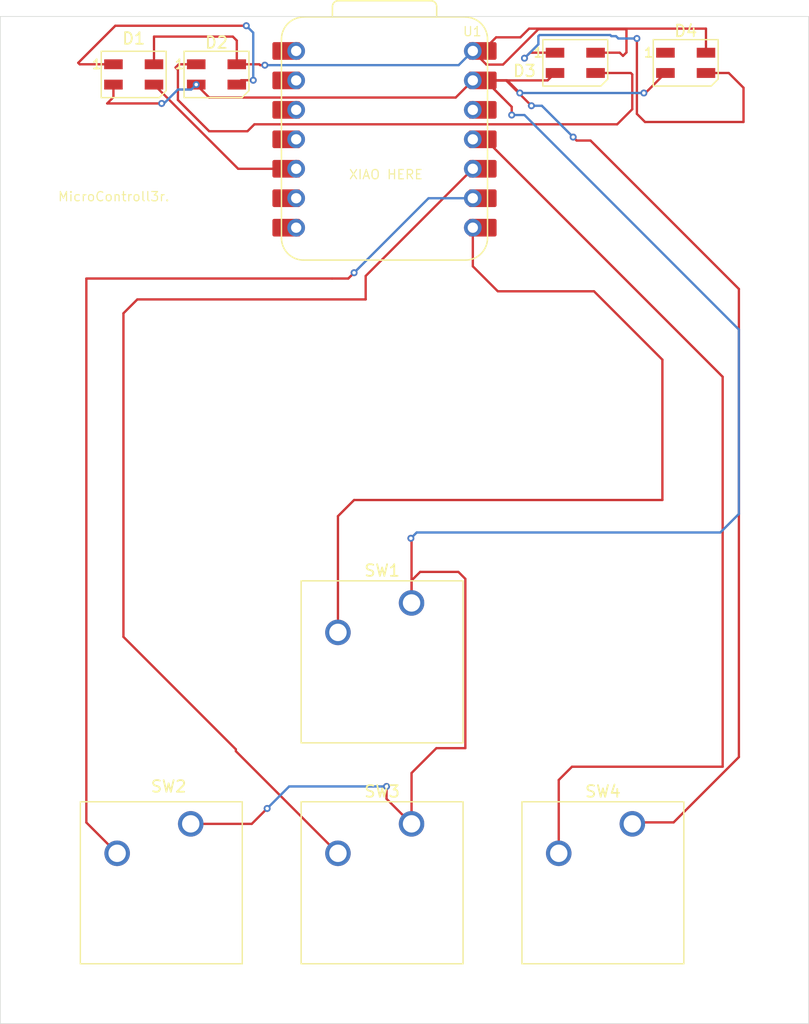
<source format=kicad_pcb>
(kicad_pcb (version 20241229) (generator "pcbnew") (generator_version "9.0")
  (layers (0 "F.Cu" signal) (2 "B.Cu" signal) (13 "F.Paste" user) (15 "B.Paste" user) (5 "F.SilkS" user "F.Silkscreen") (7 "B.SilkS" user "B.Silkscreen") (1 "F.Mask" user) (3 "B.Mask" user) (25 "Edge.Cuts" user))
  (net 0 "")
  (net 1 "Net-(D1-DOUT)")
  (net 2 "GND")
  (net 3 "+5V")
  (net 4 "Net-(D1-DIN)")
  (net 5 "Net-(D2-DOUT)")
  (net 6 "Net-(D3-DOUT)")
  (net 8 "Net-(U1-GPIO1{slash}RX)")
  (net 9 "Net-(U1-GPIO2{slash}SCK)")
  (net 10 "Net-(U1-GPIO4{slash}MISO)")
  (net 11 "Net-(U1-GPIO3{slash}MOSI)")
  (footprint "Button_Switch_Keyboard:SW_Cherry_MX_1.00u_PCB" (layer "F.Cu") (at 192.3575 120.62625)
    (property "Reference" "SW3" (at -2.54 -2.794 0) (layer "F.SilkS"))
    (property "Value" "SW_Push")
    (fp_line (start -9.525 -1.905) (end 4.445 -1.905) (stroke (width 0.12)) (layer "F.SilkS"))
    (fp_line (start -9.525 12.065) (end -9.525 -1.905) (stroke (width 0.12)) (layer "F.SilkS"))
    (fp_line (start 4.445 -1.905) (end 4.445 12.065) (stroke (width 0.12)) (layer "F.SilkS"))
    (fp_line (start 4.445 12.065) (end -9.525 12.065) (stroke (width 0.12)) (layer "F.SilkS"))
    (pad "" np_thru_hole circle (at -7.62 5.08) (size 1.7 1.7) (drill 1.7) (layers "*.Cu" "*.Mask"))
    (pad "" np_thru_hole circle (at -2.54 5.08) (size 4 4) (drill 4) (layers "*.Cu" "*.Mask"))
    (pad "" np_thru_hole circle (at 2.54 5.08) (size 1.7 1.7) (drill 1.7) (layers "*.Cu" "*.Mask"))
    (pad "1" thru_hole circle (at 0 0) (size 2.2 2.2) (drill 1.5) (layers "*.Cu" "*.Mask") (net 2 "GND"))
    (pad "2" thru_hole circle (at -6.35 2.54) (size 2.2 2.2) (drill 1.5) (layers "*.Cu" "*.Mask") (net 10 "Net-(U1-GPIO4{slash}MISO)"))
  )
  (footprint "Button_Switch_Keyboard:SW_Cherry_MX_1.00u_PCB" (layer "F.Cu") (at 173.3075 120.62625)
    (property "Reference" "SW2" (at -1.9075 -3.22625 0) (layer "F.SilkS"))
    (property "Value" "SW_Push")
    (fp_line (start -9.525 -1.905) (end 4.445 -1.905) (stroke (width 0.12)) (layer "F.SilkS"))
    (fp_line (start -9.525 12.065) (end -9.525 -1.905) (stroke (width 0.12)) (layer "F.SilkS"))
    (fp_line (start 4.445 -1.905) (end 4.445 12.065) (stroke (width 0.12)) (layer "F.SilkS"))
    (fp_line (start 4.445 12.065) (end -9.525 12.065) (stroke (width 0.12)) (layer "F.SilkS"))
    (pad "" np_thru_hole circle (at -7.62 5.08) (size 1.7 1.7) (drill 1.7) (layers "*.Cu" "*.Mask"))
    (pad "" np_thru_hole circle (at -2.54 5.08) (size 4 4) (drill 4) (layers "*.Cu" "*.Mask"))
    (pad "" np_thru_hole circle (at 2.54 5.08) (size 1.7 1.7) (drill 1.7) (layers "*.Cu" "*.Mask"))
    (pad "1" thru_hole circle (at 0 0) (size 2.2 2.2) (drill 1.5) (layers "*.Cu" "*.Mask") (net 2 "GND"))
    (pad "2" thru_hole circle (at -6.35 2.54) (size 2.2 2.2) (drill 1.5) (layers "*.Cu" "*.Mask") (net 9 "Net-(U1-GPIO2{slash}SCK)"))
  )
  (footprint "LED_SMD:LED_SK6812MINI_PLCC4_3.5x3.5mm_P1.75mm" (layer "F.Cu") (at 216.01125 55)
    (property "Reference" "D4" (at 0 -2.75 0) (layer "F.SilkS"))
    (property "Value" "SK6812MINI")
    (fp_line (start -2.8 -2) (end -2.8 2) (stroke (width 0.12)) (layer "F.SilkS"))
    (fp_line (start -2.8 -2) (end 2.8 -2) (stroke (width 0.12)) (layer "F.SilkS"))
    (fp_line (start -2.8 2) (end 2.2 2) (stroke (width 0.12)) (layer "F.SilkS"))
    (fp_line (start 2.8 1.4) (end 2.2 2) (stroke (width 0.12)) (layer "F.SilkS"))
    (fp_line (start 2.8 1.4) (end 2.8 -2) (stroke (width 0.12)) (layer "F.SilkS"))
    (fp_text user "1" (at -3.2 -0.875 0) (layer "F.SilkS") (effects (font (size 0.8 0.8))))
    (pad "1" smd rect (at -1.75 -0.875) (size 1.6 0.85) (layers "F.Cu" "F.Mask" "F.Paste"))
    (pad "2" smd rect (at -1.75 0.875) (size 1.6 0.85) (layers "F.Cu" "F.Mask" "F.Paste") (net 2 "GND"))
    (pad "3" smd rect (at 1.75 0.875) (size 1.6 0.85) (layers "F.Cu" "F.Mask" "F.Paste") (net 6 "Net-(D3-DOUT)"))
    (pad "4" smd rect (at 1.75 -0.875) (size 1.6 0.85) (layers "F.Cu" "F.Mask" "F.Paste") (net 3 "+5V"))
  )
  (footprint "Button_Switch_Keyboard:SW_Cherry_MX_1.00u_PCB" (layer "F.Cu") (at 211.4075 120.62625)
    (property "Reference" "SW4" (at -2.54 -2.794 0) (layer "F.SilkS"))
    (property "Value" "SW_Push")
    (fp_line (start -9.525 -1.905) (end 4.445 -1.905) (stroke (width 0.12)) (layer "F.SilkS"))
    (fp_line (start -9.525 12.065) (end -9.525 -1.905) (stroke (width 0.12)) (layer "F.SilkS"))
    (fp_line (start 4.445 -1.905) (end 4.445 12.065) (stroke (width 0.12)) (layer "F.SilkS"))
    (fp_line (start 4.445 12.065) (end -9.525 12.065) (stroke (width 0.12)) (layer "F.SilkS"))
    (pad "" np_thru_hole circle (at -7.62 5.08) (size 1.7 1.7) (drill 1.7) (layers "*.Cu" "*.Mask"))
    (pad "" np_thru_hole circle (at -2.54 5.08) (size 4 4) (drill 4) (layers "*.Cu" "*.Mask"))
    (pad "" np_thru_hole circle (at 2.54 5.08) (size 1.7 1.7) (drill 1.7) (layers "*.Cu" "*.Mask"))
    (pad "1" thru_hole circle (at 0 0) (size 2.2 2.2) (drill 1.5) (layers "*.Cu" "*.Mask") (net 2 "GND"))
    (pad "2" thru_hole circle (at -6.35 2.54) (size 2.2 2.2) (drill 1.5) (layers "*.Cu" "*.Mask") (net 11 "Net-(U1-GPIO3{slash}MOSI)"))
  )
  (footprint "Button_Switch_Keyboard:SW_Cherry_MX_1.00u_PCB" (layer "F.Cu") (at 192.3575 101.57625)
    (property "Reference" "SW1" (at -2.54 -2.794 0) (layer "F.SilkS"))
    (property "Value" "SW_Push")
    (fp_line (start -9.525 -1.905) (end 4.445 -1.905) (stroke (width 0.12)) (layer "F.SilkS"))
    (fp_line (start -9.525 12.065) (end -9.525 -1.905) (stroke (width 0.12)) (layer "F.SilkS"))
    (fp_line (start 4.445 -1.905) (end 4.445 12.065) (stroke (width 0.12)) (layer "F.SilkS"))
    (fp_line (start 4.445 12.065) (end -9.525 12.065) (stroke (width 0.12)) (layer "F.SilkS"))
    (pad "" np_thru_hole circle (at -7.62 5.08) (size 1.7 1.7) (drill 1.7) (layers "*.Cu" "*.Mask"))
    (pad "" np_thru_hole circle (at -2.54 5.08) (size 4 4) (drill 4) (layers "*.Cu" "*.Mask"))
    (pad "" np_thru_hole circle (at 2.54 5.08) (size 1.7 1.7) (drill 1.7) (layers "*.Cu" "*.Mask"))
    (pad "1" thru_hole circle (at 0 0) (size 2.2 2.2) (drill 1.5) (layers "*.Cu" "*.Mask") (net 2 "GND"))
    (pad "2" thru_hole circle (at -6.35 2.54) (size 2.2 2.2) (drill 1.5) (layers "*.Cu" "*.Mask") (net 8 "Net-(U1-GPIO1{slash}RX)"))
  )
  (footprint "folder1:XIAO-RP2040-DIP" (layer "F.Cu") (at 190.02375 61.595)
    (property "Reference" "U1" (at 7.57625 -9.295 0) (layer "F.SilkS") (effects (font (size 0.8 0.8) (thickness 0.1))))
    (property "Value" "XIAO-RP2040-DIP")
    (fp_line (start -8.89 8.509) (end -8.89 -8.636) (stroke (width 0.127)) (layer "F.SilkS"))
    (fp_line (start -6.985 10.414) (end 6.985 10.414) (stroke (width 0.127)) (layer "F.SilkS"))
    (fp_line (start -4.495 -10.541) (end -4.491272 -11.451272) (stroke (width 0.127)) (layer "F.SilkS"))
    (fp_line (start -3.991272 -11.951) (end 4.004 -11.951) (stroke (width 0.127)) (layer "F.SilkS"))
    (fp_line (start 4.504 -11.451) (end 4.504 -10.541) (stroke (width 0.127)) (layer "F.SilkS"))
    (fp_line (start 6.985 -10.541) (end -6.985 -10.541) (stroke (width 0.1)) (layer "F.SilkS"))
    (fp_line (start 8.89 8.509) (end 8.89 -8.636) (stroke (width 0.127)) (layer "F.SilkS"))
    (fp_arc (start -8.89 -8.636) (mid -8.332038 -9.983038) (end -6.985 -10.541) (stroke (width 0.127)) (layer "F.SilkS"))
    (fp_arc (start -6.985 10.414) (mid -8.332038 9.856038) (end -8.89 8.509) (stroke (width 0.127)) (layer "F.SilkS"))
    (fp_arc (start -4.491272 -11.451272) (mid -4.344728 -11.80464) (end -3.991272 -11.951) (stroke (width 0.127)) (layer "F.SilkS"))
    (fp_arc (start 4.004 -11.951) (mid 4.357553 -11.804553) (end 4.504 -11.451) (stroke (width 0.127)) (layer "F.SilkS"))
    (fp_arc (start 6.985 -10.541) (mid 8.332038 -9.983038) (end 8.89 -8.636) (stroke (width 0.127)) (layer "F.SilkS"))
    (fp_arc (start 8.89 8.509) (mid 8.332038 9.856038) (end 6.985 10.414) (stroke (width 0.127)) (layer "F.SilkS"))
    (pad "1" smd roundrect (at -8.455 -7.62 180) (size 2.432 1.524) (layers "F.Cu" "F.Mask") (roundrect_rratio 0.1))
    (pad "1" thru_hole circle (at -7.62 -7.62 180) (size 1.524 1.524) (drill 0.889) (layers "*.Cu" "*.Mask"))
    (pad "2" smd roundrect (at -8.455 -5.08 180) (size 2.432 1.524) (layers "F.Cu" "F.Mask") (roundrect_rratio 0.1))
    (pad "2" thru_hole circle (at -7.62 -5.08 180) (size 1.524 1.524) (drill 0.889) (layers "*.Cu" "*.Mask"))
    (pad "3" smd roundrect (at -8.455 -2.54 180) (size 2.432 1.524) (layers "F.Cu" "F.Mask") (roundrect_rratio 0.1))
    (pad "3" thru_hole circle (at -7.62 -2.54 180) (size 1.524 1.524) (drill 0.889) (layers "*.Cu" "*.Mask"))
    (pad "4" smd roundrect (at -8.455 0 180) (size 2.432 1.524) (layers "F.Cu" "F.Mask") (roundrect_rratio 0.1))
    (pad "4" thru_hole circle (at -7.62 0 180) (size 1.524 1.524) (drill 0.889) (layers "*.Cu" "*.Mask"))
    (pad "5" smd roundrect (at -8.455 2.54 180) (size 2.432 1.524) (layers "F.Cu" "F.Mask") (roundrect_rratio 0.1) (net 4 "Net-(D1-DIN)"))
    (pad "5" thru_hole circle (at -7.62 2.54 180) (size 1.524 1.524) (drill 0.889) (layers "*.Cu" "*.Mask") (net 4 "Net-(D1-DIN)"))
    (pad "6" smd roundrect (at -8.455 5.08 180) (size 2.432 1.524) (layers "F.Cu" "F.Mask") (roundrect_rratio 0.1))
    (pad "6" thru_hole circle (at -7.62 5.08 180) (size 1.524 1.524) (drill 0.889) (layers "*.Cu" "*.Mask"))
    (pad "7" smd roundrect (at -8.455 7.62 180) (size 2.432 1.524) (layers "F.Cu" "F.Mask") (roundrect_rratio 0.1))
    (pad "7" thru_hole circle (at -7.62 7.62 180) (size 1.524 1.524) (drill 0.889) (layers "*.Cu" "*.Mask"))
    (pad "8" thru_hole circle (at 7.62 7.62) (size 1.524 1.524) (drill 0.889) (layers "*.Cu" "*.Mask") (net 8 "Net-(U1-GPIO1{slash}RX)"))
    (pad "8" smd roundrect (at 8.455 7.62) (size 2.432 1.524) (layers "F.Cu" "F.Mask") (roundrect_rratio 0.1) (net 8 "Net-(U1-GPIO1{slash}RX)"))
    (pad "9" thru_hole circle (at 7.62 5.08) (size 1.524 1.524) (drill 0.889) (layers "*.Cu" "*.Mask") (net 9 "Net-(U1-GPIO2{slash}SCK)"))
    (pad "9" smd roundrect (at 8.455 5.08) (size 2.432 1.524) (layers "F.Cu" "F.Mask") (roundrect_rratio 0.1) (net 9 "Net-(U1-GPIO2{slash}SCK)"))
    (pad "10" thru_hole circle (at 7.62 2.54) (size 1.524 1.524) (drill 0.889) (layers "*.Cu" "*.Mask") (net 10 "Net-(U1-GPIO4{slash}MISO)"))
    (pad "10" smd roundrect (at 8.455 2.54) (size 2.432 1.524) (layers "F.Cu" "F.Mask") (roundrect_rratio 0.1) (net 10 "Net-(U1-GPIO4{slash}MISO)"))
    (pad "11" thru_hole circle (at 7.62 0) (size 1.524 1.524) (drill 0.889) (layers "*.Cu" "*.Mask") (net 11 "Net-(U1-GPIO3{slash}MOSI)"))
    (pad "11" smd roundrect (at 8.455 0) (size 2.432 1.524) (layers "F.Cu" "F.Mask") (roundrect_rratio 0.1) (net 11 "Net-(U1-GPIO3{slash}MOSI)"))
    (pad "12" thru_hole circle (at 7.62 -2.54) (size 1.524 1.524) (drill 0.889) (layers "*.Cu" "*.Mask"))
    (pad "12" smd roundrect (at 8.455 -2.54) (size 2.432 1.524) (layers "F.Cu" "F.Mask") (roundrect_rratio 0.1))
    (pad "13" thru_hole circle (at 7.62 -5.08) (size 1.524 1.524) (drill 0.889) (layers "*.Cu" "*.Mask") (net 2 "GND"))
    (pad "13" smd roundrect (at 8.455 -5.08) (size 2.432 1.524) (layers "F.Cu" "F.Mask") (roundrect_rratio 0.1) (net 2 "GND"))
    (pad "14" thru_hole circle (at 7.62 -7.62) (size 1.524 1.524) (drill 0.889) (layers "*.Cu" "*.Mask") (net 3 "+5V"))
    (pad "14" smd roundrect (at 8.455 -7.62) (size 2.432 1.524) (layers "F.Cu" "F.Mask") (roundrect_rratio 0.1) (net 3 "+5V"))
  )
  (footprint "LED_SMD:LED_SK6812MINI_PLCC4_3.5x3.5mm_P1.75mm" (layer "F.Cu") (at 175.53 56)
    (property "Reference" "D2" (at 0 -2.75 0) (layer "F.SilkS"))
    (property "Value" "SK6812MINI")
    (fp_line (start -2.8 -2) (end -2.8 2) (stroke (width 0.12)) (layer "F.SilkS"))
    (fp_line (start -2.8 -2) (end 2.8 -2) (stroke (width 0.12)) (layer "F.SilkS"))
    (fp_line (start -2.8 2) (end 2.2 2) (stroke (width 0.12)) (layer "F.SilkS"))
    (fp_line (start 2.8 1.4) (end 2.2 2) (stroke (width 0.12)) (layer "F.SilkS"))
    (fp_line (start 2.8 1.4) (end 2.8 -2) (stroke (width 0.12)) (layer "F.SilkS"))
    (fp_text user "1" (at -3.2 -0.875 0) (layer "F.SilkS") (effects (font (size 0.8 0.8))))
    (pad "1" smd rect (at -1.75 -0.875) (size 1.6 0.85) (layers "F.Cu" "F.Mask" "F.Paste") (net 5 "Net-(D2-DOUT)"))
    (pad "2" smd rect (at -1.75 0.875) (size 1.6 0.85) (layers "F.Cu" "F.Mask" "F.Paste") (net 2 "GND"))
    (pad "3" smd rect (at 1.75 0.875) (size 1.6 0.85) (layers "F.Cu" "F.Mask" "F.Paste") (net 1 "Net-(D1-DOUT)"))
    (pad "4" smd rect (at 1.75 -0.875) (size 1.6 0.85) (layers "F.Cu" "F.Mask" "F.Paste") (net 3 "+5V"))
  )
  (footprint "LED_SMD:LED_SK6812MINI_PLCC4_3.5x3.5mm_P1.75mm" (layer "F.Cu") (at 206.48625 55)
    (property "Reference" "D3" (at -4.38625 0.7 0) (layer "F.SilkS"))
    (property "Value" "SK6812MINI")
    (fp_line (start -2.8 -2) (end -2.8 2) (stroke (width 0.12)) (layer "F.SilkS"))
    (fp_line (start -2.8 -2) (end 2.8 -2) (stroke (width 0.12)) (layer "F.SilkS"))
    (fp_line (start -2.8 2) (end 2.2 2) (stroke (width 0.12)) (layer "F.SilkS"))
    (fp_line (start 2.8 1.4) (end 2.2 2) (stroke (width 0.12)) (layer "F.SilkS"))
    (fp_line (start 2.8 1.4) (end 2.8 -2) (stroke (width 0.12)) (layer "F.SilkS"))
    (fp_text user "1" (at -3.2 -0.875 0) (layer "F.SilkS") (effects (font (size 0.8 0.8))))
    (pad "1" smd rect (at -1.75 -0.875) (size 1.6 0.85) (layers "F.Cu" "F.Mask" "F.Paste") (net 6 "Net-(D3-DOUT)"))
    (pad "2" smd rect (at -1.75 0.875) (size 1.6 0.85) (layers "F.Cu" "F.Mask" "F.Paste") (net 2 "GND"))
    (pad "3" smd rect (at 1.75 0.875) (size 1.6 0.85) (layers "F.Cu" "F.Mask" "F.Paste") (net 5 "Net-(D2-DOUT)"))
    (pad "4" smd rect (at 1.75 -0.875) (size 1.6 0.85) (layers "F.Cu" "F.Mask" "F.Paste") (net 3 "+5V"))
  )
  (footprint "LED_SMD:LED_SK6812MINI_PLCC4_3.5x3.5mm_P1.75mm" (layer "F.Cu") (at 168.38625 56)
    (property "Reference" "D1" (at 0 -3.1 0) (layer "F.SilkS"))
    (property "Value" "SK6812MINI")
    (fp_line (start -2.8 -2) (end -2.8 2) (stroke (width 0.12)) (layer "F.SilkS"))
    (fp_line (start -2.8 -2) (end 2.8 -2) (stroke (width 0.12)) (layer "F.SilkS"))
    (fp_line (start -2.8 2) (end 2.2 2) (stroke (width 0.12)) (layer "F.SilkS"))
    (fp_line (start 2.8 1.4) (end 2.2 2) (stroke (width 0.12)) (layer "F.SilkS"))
    (fp_line (start 2.8 1.4) (end 2.8 -2) (stroke (width 0.12)) (layer "F.SilkS"))
    (fp_text user "1" (at -3.2 -0.875 0) (layer "F.SilkS") (effects (font (size 0.8 0.8))))
    (pad "1" smd rect (at -1.75 -0.875) (size 1.6 0.85) (layers "F.Cu" "F.Mask" "F.Paste") (net 1 "Net-(D1-DOUT)"))
    (pad "2" smd rect (at -1.75 0.875) (size 1.6 0.85) (layers "F.Cu" "F.Mask" "F.Paste") (net 2 "GND"))
    (pad "3" smd rect (at 1.75 0.875) (size 1.6 0.85) (layers "F.Cu" "F.Mask" "F.Paste") (net 4 "Net-(D1-DIN)"))
    (pad "4" smd rect (at 1.75 -0.875) (size 1.6 0.85) (layers "F.Cu" "F.Mask" "F.Paste") (net 3 "+5V"))
  )
  (gr_rect (start 156.875 51) (end 226.625 137.846) (stroke (width 0.05)) (fill no) (layer "Edge.Cuts"))
  (gr_text "MicroControll3r." (at 161.8 67 0) (layer "F.SilkS") (effects (font (size 0.8 0.8) (thickness 0.1)) (justify left bottom)))
  (gr_text "XIAO HERE" (at 186.9 65.1 0) (layer "F.SilkS") (effects (font (size 0.8 0.8) (thickness 0.1)) (justify left bottom)))
  (segment (start 163.725 55.125) (end 163.6 55) (width 0.2) (layer "F.Cu") (net 1))
  (segment (start 166.63625 55.125) (end 163.725 55.125) (width 0.2) (layer "F.Cu") (net 1))
  (segment (start 166.8 51.8) (end 178.1 51.8) (width 0.2) (layer "F.Cu") (net 1))
  (segment (start 163.6 55) (end 166.8 51.8) (width 0.2) (layer "F.Cu") (net 1))
  (segment (start 178.7 56.5) (end 177.655 56.5) (width 0.2) (layer "F.Cu") (net 1))
  (segment (start 177.655 56.5) (end 177.28 56.875) (width 0.2) (layer "F.Cu") (net 1))
  (via (at 178.7 56.5) (size 0.6) (drill 0.3) (layers "F.Cu" "B.Cu") (net 1))
  (via (at 178.1 51.8) (size 0.6) (drill 0.3) (layers "F.Cu" "B.Cu") (net 1))
  (segment (start 178.1 51.8) (end 178.7 52.4) (width 0.2) (layer "B.Cu") (net 1))
  (segment (start 178.7 56.5) (end 178.7 56.7) (width 0.2) (layer "B.Cu") (net 1))
  (segment (start 178.7 52.4) (end 178.7 56.5) (width 0.2) (layer "B.Cu") (net 1))
  (segment (start 194.5 114.1) (end 197 114.1) (width 0.2) (layer "F.Cu") (net 2))
  (segment (start 178.57375 120.62625) (end 179.7 119.5) (width 0.2) (layer "F.Cu") (net 2))
  (segment (start 214.26125 55.875) (end 212.53625 57.6) (width 0.2) (layer "F.Cu") (net 2))
  (segment (start 173.3075 120.62625) (end 178.57375 120.62625) (width 0.2) (layer "F.Cu") (net 2))
  (segment (start 179.7 119.5) (end 179.9 119.3) (width 0.2) (layer "F.Cu") (net 2))
  (segment (start 201.7 57.6) (end 200.615 56.515) (width 0.2) (layer "F.Cu") (net 2))
  (segment (start 197.64375 56.515) (end 198.72138 56.515) (width 0.2) (layer "F.Cu") (net 2))
  (segment (start 166.1 58.5) (end 170.8 58.5) (width 0.2) (layer "F.Cu") (net 2))
  (segment (start 173.78 56.875) (end 174.897 57.992) (width 0.2) (layer "F.Cu") (net 2))
  (segment (start 166.63625 57.96375) (end 166.1 58.5) (width 0.2) (layer "F.Cu") (net 2))
  (segment (start 212.53625 57.6) (end 212.4 57.6) (width 0.2) (layer "F.Cu") (net 2))
  (segment (start 202.7 58.7) (end 200.515 56.515) (width 0.2) (layer "F.Cu") (net 2))
  (segment (start 211 120.5) (end 214.9671 120.5) (width 0.2) (layer "F.Cu") (net 2))
  (segment (start 192.3575 99.6425) (end 192.3575 101.57625) (width 0.2) (layer "F.Cu") (net 2))
  (segment (start 197.64375 56.515) (end 204.09625 56.515) (width 0.2) (layer "F.Cu") (net 2))
  (segment (start 201 59.4) (end 201 59.5) (width 0.2) (layer "F.Cu") (net 2))
  (segment (start 193.1 98.9) (end 192.3575 99.6425) (width 0.2) (layer "F.Cu") (net 2))
  (segment (start 200.515 56.515) (end 198.47875 56.515) (width 0.2) (layer "F.Cu") (net 2))
  (segment (start 192.3575 96.0575) (end 192.3575 101.57625) (width 0.2) (layer "F.Cu") (net 2))
  (segment (start 192.3 96) (end 192.3575 96.0575) (width 0.2) (layer "F.Cu") (net 2))
  (segment (start 214.9671 120.5) (end 220.6 114.8671) (width 0.2) (layer "F.Cu") (net 2))
  (segment (start 220.6 74.5) (end 207.8 61.7) (width 0.2) (layer "F.Cu") (net 2))
  (segment (start 206.6 61.7) (end 206.3 61.4) (width 0.2) (layer "F.Cu") (net 2))
  (segment (start 201 58.79362) (end 201 59.4) (width 0.2) (layer "F.Cu") (net 2))
  (segment (start 190.2 117.4) (end 190.2 118.46875) (width 0.2) (layer "F.Cu") (net 2))
  (segment (start 211.4075 120.62625) (end 211.12625 120.62625) (width 0.2) (layer "F.Cu") (net 2))
  (segment (start 198.72138 56.515) (end 200.2 57.99362) (width 0.2) (layer "F.Cu") (net 2))
  (segment (start 190.2 118.46875) (end 192.3575 120.62625) (width 0.2) (layer "F.Cu") (net 2))
  (segment (start 196.4 98.9) (end 193.1 98.9) (width 0.2) (layer "F.Cu") (net 2))
  (segment (start 198.72138 56.515) (end 201 58.79362) (width 0.2) (layer "F.Cu") (net 2))
  (segment (start 192.3575 116.2425) (end 194.5 114.1) (width 0.2) (layer "F.Cu") (net 2))
  (segment (start 204.09625 56.515) (end 204.73625 55.875) (width 0.2) (layer "F.Cu") (net 2))
  (segment (start 197 99.5) (end 196.4 98.9) (width 0.2) (layer "F.Cu") (net 2))
  (segment (start 192.3575 120.62625) (end 192.3575 116.2425) (width 0.2) (layer "F.Cu") (net 2))
  (segment (start 196.16675 57.992) (end 197.64375 56.515) (width 0.2) (layer "F.Cu") (net 2))
  (segment (start 197 114.1) (end 197 99.5) (width 0.2) (layer "F.Cu") (net 2))
  (segment (start 207.8 61.7) (end 206.6 61.7) (width 0.2) (layer "F.Cu") (net 2))
  (segment (start 200.615 56.515) (end 198.47875 56.515) (width 0.2) (layer "F.Cu") (net 2))
  (segment (start 166.63625 56.875) (end 166.63625 57.96375) (width 0.2) (layer "F.Cu") (net 2))
  (segment (start 220.6 114.8671) (end 220.6 74.5) (width 0.2) (layer "F.Cu") (net 2))
  (segment (start 174.897 57.992) (end 196.16675 57.992) (width 0.2) (layer "F.Cu") (net 2))
  (segment (start 211.12625 120.62625) (end 211 120.5) (width 0.2) (layer "F.Cu") (net 2))
  (via (at 212.4 57.6) (size 0.6) (drill 0.3) (layers "F.Cu" "B.Cu") (net 2))
  (via (at 201.7 57.6) (size 0.6) (drill 0.3) (layers "F.Cu" "B.Cu") (net 2))
  (via (at 192.3 96) (size 0.6) (drill 0.3) (layers "F.Cu" "B.Cu") (net 2))
  (via (at 206.3 61.4) (size 0.6) (drill 0.3) (layers "F.Cu" "B.Cu") (net 2))
  (via (at 179.9 119.3) (size 0.6) (drill 0.3) (layers "F.Cu" "B.Cu") (net 2))
  (via (at 202.7 58.7) (size 0.6) (drill 0.3) (layers "F.Cu" "B.Cu") (net 2))
  (via (at 201 59.5) (size 0.6) (drill 0.3) (layers "F.Cu" "B.Cu") (net 2))
  (via (at 170.8 58.5) (size 0.6) (drill 0.3) (layers "F.Cu" "B.Cu") (net 2))
  (via (at 173.78 56.875) (size 0.6) (drill 0.3) (layers "F.Cu" "B.Cu") (net 2))
  (via (at 190.2 117.4) (size 0.6) (drill 0.3) (layers "F.Cu" "B.Cu") (net 2))
  (segment (start 170.8 58.5) (end 171 58.5) (width 0.2) (layer "B.Cu") (net 2))
  (segment (start 171 58.5) (end 172.2 57.3) (width 0.2) (layer "B.Cu") (net 2))
  (segment (start 220.6 78) (end 220.6 93.9) (width 0.2) (layer "B.Cu") (net 2))
  (segment (start 206.3 61.4) (end 203.6 58.7) (width 0.2) (layer "B.Cu") (net 2))
  (segment (start 181.8 117.4) (end 190.2 117.4) (width 0.2) (layer "B.Cu") (net 2))
  (segment (start 220.6 93.9) (end 219 95.5) (width 0.2) (layer "B.Cu") (net 2))
  (segment (start 219 95.5) (end 192.8 95.5) (width 0.2) (layer "B.Cu") (net 2))
  (segment (start 212.4 57.6) (end 201.7 57.6) (width 0.2) (layer "B.Cu") (net 2))
  (segment (start 202.1 59.5) (end 220.6 78) (width 0.2) (layer "B.Cu") (net 2))
  (segment (start 173.355 57.3) (end 173.78 56.875) (width 0.2) (layer "B.Cu") (net 2))
  (segment (start 172.2 57.3) (end 173.355 57.3) (width 0.2) (layer "B.Cu") (net 2))
  (segment (start 179.9 119.3) (end 181.8 117.4) (width 0.2) (layer "B.Cu") (net 2))
  (segment (start 201 59.5) (end 202.1 59.5) (width 0.2) (layer "B.Cu") (net 2))
  (segment (start 192.8 95.5) (end 192.3 96) (width 0.2) (layer "B.Cu") (net 2))
  (segment (start 203.6 58.7) (end 202.7 58.7) (width 0.2) (layer "B.Cu") (net 2))
  (segment (start 179.7 55.2) (end 179.3 55.2) (width 0.2) (layer "F.Cu") (net 3))
  (segment (start 202.5 52.05) (end 217.76125 52.05) (width 0.2) (layer "F.Cu") (net 3))
  (segment (start 210.9 52.1) (end 210.9 54.1) (width 0.2) (layer "F.Cu") (net 3))
  (segment (start 170.13625 52.73625) (end 170.13625 55.125) (width 0.2) (layer "F.Cu") (net 3))
  (segment (start 210.325 54.125) (end 208.23625 54.125) (width 0.2) (layer "F.Cu") (net 3))
  (segment (start 197.64375 53.975) (end 198.81775 55.149) (width 0.2) (layer "F.Cu") (net 3))
  (segment (start 201.75 52.8) (end 202.5 52.05) (width 0.2) (layer "F.Cu") (net 3))
  (segment (start 177.28 55.125) (end 177.28 53.08) (width 0.2) (layer "F.Cu") (net 3))
  (segment (start 210.6 54.4) (end 210.325 54.125) (width 0.2) (layer "F.Cu") (net 3))
  (segment (start 170.13625 52.73625) (end 176.93625 52.73625) (width 0.2) (layer "F.Cu") (net 3))
  (segment (start 176.93625 52.73625) (end 177.28 53.08) (width 0.2) (layer "F.Cu") (net 3))
  (segment (start 201.75 52.8) (end 199.65375 52.8) (width 0.2) (layer "F.Cu") (net 3))
  (segment (start 198.81775 55.149) (end 200.251 55.149) (width 0.2) (layer "F.Cu") (net 3))
  (segment (start 179.3 55.2) (end 179.225 55.125) (width 0.2) (layer "F.Cu") (net 3))
  (segment (start 199.65375 52.8) (end 198.47875 53.975) (width 0.2) (layer "F.Cu") (net 3))
  (segment (start 203.3 52.1) (end 210.9 52.1) (width 0.2) (layer "F.Cu") (net 3))
  (segment (start 210.9 54.1) (end 210.6 54.4) (width 0.2) (layer "F.Cu") (net 3))
  (segment (start 179.225 55.125) (end 177.28 55.125) (width 0.2) (layer "F.Cu") (net 3))
  (segment (start 217.76125 54.125) (end 217.76125 52.05) (width 0.2) (layer "F.Cu") (net 3))
  (segment (start 200.251 55.149) (end 203.3 52.1) (width 0.2) (layer "F.Cu") (net 3))
  (via (at 179.7 55.2) (size 0.6) (drill 0.3) (layers "F.Cu" "B.Cu") (net 3))
  (segment (start 196.41875 55.2) (end 179.7 55.2) (width 0.2) (layer "B.Cu") (net 3))
  (segment (start 197.64375 53.975) (end 196.41875 55.2) (width 0.2) (layer "B.Cu") (net 3))
  (segment (start 177.39625 64.135) (end 182.40375 64.135) (width 0.2) (layer "F.Cu") (net 4))
  (segment (start 170.13625 56.875) (end 177.39625 64.135) (width 0.2) (layer "F.Cu") (net 4))
  (segment (start 178.8 60.3) (end 210.1 60.3) (width 0.2) (layer "F.Cu") (net 5))
  (segment (start 172.2 58.2) (end 174.9 60.9) (width 0.2) (layer "F.Cu") (net 5))
  (segment (start 211.4 56) (end 211.275 55.875) (width 0.2) (layer "F.Cu") (net 5))
  (segment (start 172.2 55.6) (end 172.2 58.2) (width 0.2) (layer "F.Cu") (net 5))
  (segment (start 173.78 55.125) (end 172.275 55.125) (width 0.2) (layer "F.Cu") (net 5))
  (segment (start 172 55.4) (end 172.2 55.6) (width 0.2) (layer "F.Cu") (net 5))
  (segment (start 210.1 60.3) (end 211.4 59) (width 0.2) (layer "F.Cu") (net 5))
  (segment (start 174.9 60.9) (end 178.2 60.9) (width 0.2) (layer "F.Cu") (net 5))
  (segment (start 211.4 59) (end 211.4 56) (width 0.2) (layer "F.Cu") (net 5))
  (segment (start 211.275 55.875) (end 208.23625 55.875) (width 0.2) (layer "F.Cu") (net 5))
  (segment (start 178.2 60.9) (end 178.8 60.3) (width 0.2) (layer "F.Cu") (net 5))
  (segment (start 172.275 55.125) (end 172 55.4) (width 0.2) (layer "F.Cu") (net 5))
  (segment (start 221 60.1) (end 212.5 60.1) (width 0.2) (layer "F.Cu") (net 6))
  (segment (start 221 57.15) (end 221 60.1) (width 0.2) (layer "F.Cu") (net 6))
  (segment (start 211.8 59.4) (end 211.8 52.9) (width 0.2) (layer "F.Cu") (net 6))
  (segment (start 212.5 60.1) (end 211.8 59.4) (width 0.2) (layer "F.Cu") (net 6))
  (segment (start 219.725 55.875) (end 221 57.15) (width 0.2) (layer "F.Cu") (net 6))
  (segment (start 202.1 54.6) (end 202.575 54.125) (width 0.2) (layer "F.Cu") (net 6))
  (segment (start 202.575 54.125) (end 204.73625 54.125) (width 0.2) (layer "F.Cu") (net 6))
  (segment (start 217.76125 55.875) (end 219.725 55.875) (width 0.2) (layer "F.Cu") (net 6))
  (via (at 211.8 52.9) (size 0.6) (drill 0.3) (layers "F.Cu" "B.Cu") (net 6))
  (via (at 202.1 54.6) (size 0.6) (drill 0.3) (layers "F.Cu" "B.Cu") (net 6))
  (segment (start 210.2 52.9) (end 210 52.7) (width 0.2) (layer "B.Cu") (net 6))
  (segment (start 209.6 52.7) (end 209.5 52.6) (width 0.2) (layer "B.Cu") (net 6))
  (segment (start 209.5 52.6) (end 203.4 52.6) (width 0.2) (layer "B.Cu") (net 6))
  (segment (start 210 52.7) (end 209.6 52.7) (width 0.2) (layer "B.Cu") (net 6))
  (segment (start 203.4 52.6) (end 203.3 52.7) (width 0.2) (layer "B.Cu") (net 6))
  (segment (start 203.3 53.4) (end 202.1 54.6) (width 0.2) (layer "B.Cu") (net 6))
  (segment (start 203.3 52.7) (end 203.3 53.4) (width 0.2) (layer "B.Cu") (net 6))
  (segment (start 211.8 52.9) (end 210.2 52.9) (width 0.2) (layer "B.Cu") (net 6))
  (segment (start 208.1 74.7) (end 214 80.6) (width 0.2) (layer "F.Cu") (net 8))
  (segment (start 187.4 92.7) (end 186.0075 94.0925) (width 0.2) (layer "F.Cu") (net 8))
  (segment (start 197.64375 69.215) (end 197.64375 72.54375) (width 0.2) (layer "F.Cu") (net 8))
  (segment (start 199.8 74.7) (end 208.1 74.7) (width 0.2) (layer "F.Cu") (net 8))
  (segment (start 214 80.6) (end 214 92.7) (width 0.2) (layer "F.Cu") (net 8))
  (segment (start 186.0075 94.0925) (end 186.0075 104.11625) (width 0.2) (layer "F.Cu") (net 8))
  (segment (start 214 92.7) (end 187.4 92.7) (width 0.2) (layer "F.Cu") (net 8))
  (segment (start 197.64375 72.54375) (end 199.8 74.7) (width 0.2) (layer "F.Cu") (net 8))
  (segment (start 164.3 73.6) (end 185.5 73.6) (width 0.2) (layer "F.Cu") (net 9))
  (segment (start 186.9 73.6) (end 187.4 73.1) (width 0.2) (layer "F.Cu") (net 9))
  (segment (start 185.5 73.6) (end 186.9 73.6) (width 0.2) (layer "F.Cu") (net 9))
  (segment (start 164.3 120.50875) (end 164.3 73.6) (width 0.2) (layer "F.Cu") (net 9))
  (segment (start 166.9575 123.16625) (end 164.3 120.50875) (width 0.2) (layer "F.Cu") (net 9))
  (via (at 187.4 73.1) (size 0.6) (drill 0.3) (layers "F.Cu" "B.Cu") (net 9))
  (segment (start 193.825 66.675) (end 197.64375 66.675) (width 0.2) (layer "B.Cu") (net 9))
  (segment (start 187.4 73.1) (end 193.825 66.675) (width 0.2) (layer "B.Cu") (net 9))
  (segment (start 197.64375 64.135) (end 188.4 73.37875) (width 0.2) (layer "F.Cu") (net 10))
  (segment (start 168.7 75.4) (end 167.5 76.6) (width 0.2) (layer "F.Cu") (net 10))
  (segment (start 167.5 104.5) (end 177.2 114.2) (width 0.2) (layer "F.Cu") (net 10))
  (segment (start 177.2 114.2) (end 177.2 114.35875) (width 0.2) (layer "F.Cu") (net 10))
  (segment (start 177.2 114.35875) (end 186.0075 123.16625) (width 0.2) (layer "F.Cu") (net 10))
  (segment (start 188.4 75.4) (end 168.7 75.4) (width 0.2) (layer "F.Cu") (net 10))
  (segment (start 188.4 73.37875) (end 188.4 75.4) (width 0.2) (layer "F.Cu") (net 10))
  (segment (start 167.5 76.6) (end 167.5 104.5) (width 0.2) (layer "F.Cu") (net 10))
  (segment (start 219.2 82.07362) (end 219.2 115.7) (width 0.2) (layer "F.Cu") (net 11))
  (segment (start 219.2 115.7) (end 206.2 115.7) (width 0.2) (layer "F.Cu") (net 11))
  (segment (start 206.2 115.7) (end 205.0575 116.8425) (width 0.2) (layer "F.Cu") (net 11))
  (segment (start 197.64375 61.595) (end 198.72138 61.595) (width 0.2) (layer "F.Cu") (net 11))
  (segment (start 198.72138 61.595) (end 219.2 82.07362) (width 0.2) (layer "F.Cu") (net 11))
  (segment (start 205.0575 116.8425) (end 205.0575 123.16625) (width 0.2) (layer "F.Cu") (net 11))
)
</source>
